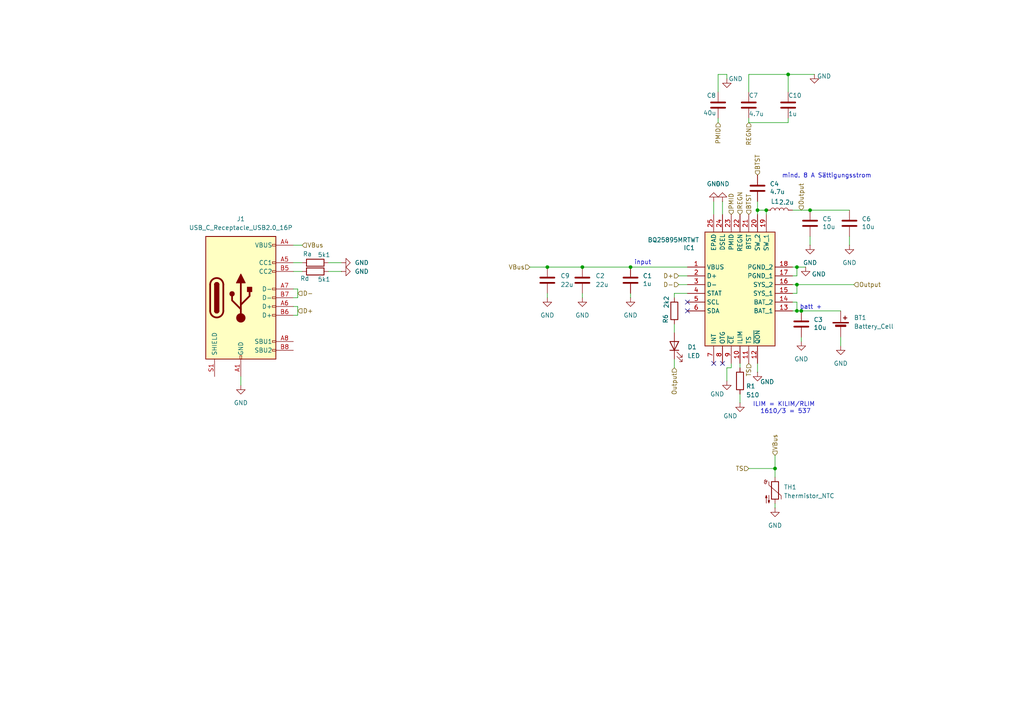
<source format=kicad_sch>
(kicad_sch (version 20250114) (generator "eeschema") (generator_version "9.0")
  (paper "A4")
  (lib_symbols
    (symbol "BQ25895MRTWT:BQ25895MRTWT"
      (property "Reference" "IC" (at 26.67 15.24 0))
      (property "Value" "BQ25895MRTWT" (at 26.67 12.7 0))
      (symbol "BQ25895MRTWT_1_1"
        (rectangle (start 5.08 10.16) (end 25.4 -22.86) (stroke (width 0.254)) (fill (type background)))
        (pin passive line (at 0 0 0) (length 5.08) (name "VBUS") (number "1"))
        (pin passive line (at 0 -2.54 0) (length 5.08) (name "D+") (number "2"))
        (pin passive line (at 0 -5.08 0) (length 5.08) (name "D-") (number "3"))
        (pin passive line (at 0 -7.62 0) (length 5.08) (name "STAT") (number "4"))
        (pin passive line (at 0 -10.16 0) (length 5.08) (name "SCL") (number "5"))
        (pin passive line (at 0 -12.7 0) (length 5.08) (name "SDA") (number "6"))
        (pin passive line (at 7.62 15.24 270) (length 5.08) (name "EPAD") (number "25"))
        (pin passive line (at 7.62 -27.94 90) (length 5.08) (name "INT") (number "7"))
        (pin passive line (at 10.16 15.24 270) (length 5.08) (name "DSEL") (number "24"))
        (pin passive line (at 10.16 -27.94 90) (length 5.08) (name "OTG") (number "8"))
        (pin passive line (at 12.7 15.24 270) (length 5.08) (name "PMID") (number "23"))
        (pin passive line (at 12.7 -27.94 90) (length 5.08) (name "~{CE}") (number "9"))
        (pin passive line (at 15.24 15.24 270) (length 5.08) (name "REGN") (number "22"))
        (pin passive line (at 15.24 -27.94 90) (length 5.08) (name "ILIM") (number "10"))
        (pin passive line (at 17.78 15.24 270) (length 5.08) (name "BTST") (number "21"))
        (pin passive line (at 17.78 -27.94 90) (length 5.08) (name "TS") (number "11"))
        (pin passive line (at 20.32 15.24 270) (length 5.08) (name "SW_2") (number "20"))
        (pin passive line (at 20.32 -27.94 90) (length 5.08) (name "~{QON}") (number "12"))
        (pin passive line (at 22.86 15.24 270) (length 5.08) (name "SW_1") (number "19"))
        (pin passive line (at 30.48 0 180) (length 5.08) (name "PGND_2") (number "18"))
        (pin passive line (at 30.48 -2.54 180) (length 5.08) (name "PGND_1") (number "17"))
        (pin passive line (at 30.48 -5.08 180) (length 5.08) (name "SYS_2") (number "16"))
        (pin passive line (at 30.48 -7.62 180) (length 5.08) (name "SYS_1") (number "15"))
        (pin passive line (at 30.48 -10.16 180) (length 5.08) (name "BAT_2") (number "14"))
        (pin passive line (at 30.48 -12.7 180) (length 5.08) (name "BAT_1") (number "13"))
      )
    )
    (symbol "Connector:USB_C_Receptacle_USB2.0_16P" (pin_names (offset 1.016))
      (property "Reference" "J" (at 0 22.225 0))
      (property "Value" "USB_C_Receptacle_USB2.0_16P" (at 0 19.685 0))
      (symbol "USB_C_Receptacle_USB2.0_16P_0_0"
        (rectangle (start -0.254 -17.78) (end 0.254 -16.764))
        (rectangle (start 10.16 15.494) (end 9.144 14.986))
        (rectangle (start 10.16 10.414) (end 9.144 9.906))
        (rectangle (start 10.16 7.874) (end 9.144 7.366))
        (rectangle (start 10.16 2.794) (end 9.144 2.286))
        (rectangle (start 10.16 0.254) (end 9.144 -0.254))
        (rectangle (start 10.16 -2.286) (end 9.144 -2.794))
        (rectangle (start 10.16 -4.826) (end 9.144 -5.334))
        (rectangle (start 10.16 -12.446) (end 9.144 -12.954))
        (rectangle (start 10.16 -14.986) (end 9.144 -15.494))
      )
      (symbol "USB_C_Receptacle_USB2.0_16P_0_1"
        (rectangle (start -10.16 17.78) (end 10.16 -17.78) (stroke (width 0.254)) (fill (type background)))
        (polyline (pts (xy -8.89 -3.81) (xy -8.89 3.81)) (stroke (width 0.508)))
        (rectangle (start -7.62 -3.81) (end -6.35 3.81) (stroke (width 0.254)) (fill (type outline)))
        (arc (start -7.62 3.81) (mid -6.985 4.4423) (end -6.35 3.81) (stroke (width 0.254)))
        (arc (start -7.62 3.81) (mid -6.985 4.4423) (end -6.35 3.81) (stroke (width 0.254)) (fill (type outline)))
        (arc (start -8.89 3.81) (mid -6.985 5.7067) (end -5.08 3.81) (stroke (width 0.508)))
        (arc (start -5.08 -3.81) (mid -6.985 -5.7067) (end -8.89 -3.81) (stroke (width 0.508)))
        (arc (start -6.35 -3.81) (mid -6.985 -4.4423) (end -7.62 -3.81) (stroke (width 0.254)))
        (arc (start -6.35 -3.81) (mid -6.985 -4.4423) (end -7.62 -3.81) (stroke (width 0.254)) (fill (type outline)))
        (polyline (pts (xy -5.08 3.81) (xy -5.08 -3.81)) (stroke (width 0.508)))
        (circle (center -2.54 1.143) (radius 0.635) (stroke (width 0.254)) (fill (type outline)))
        (polyline (pts (xy -1.27 4.318) (xy 0 6.858) (xy 1.27 4.318) (xy -1.27 4.318)) (stroke (width 0.254)) (fill (type outline)))
        (polyline (pts (xy 0 -2.032) (xy 2.54 0.508) (xy 2.54 1.778)) (stroke (width 0.508)))
        (polyline (pts (xy 0 -3.302) (xy -2.54 -0.762) (xy -2.54 0.508)) (stroke (width 0.508)))
        (polyline (pts (xy 0 -5.842) (xy 0 4.318)) (stroke (width 0.508)))
        (circle (center 0 -5.842) (radius 1.27) (fill (type outline)))
        (rectangle (start 1.905 1.778) (end 3.175 3.048) (stroke (width 0.254)) (fill (type outline)))
      )
      (symbol "USB_C_Receptacle_USB2.0_16P_1_1"
        (pin passive line (at -7.62 -22.86 90) (length 5.08) (name "SHIELD") (number "S1"))
        (pin passive line (at 0 -22.86 90) (length 5.08) (name "GND") (number "A1"))
        (pin passive line (at 0 -22.86 90) (length 5.08) (hide yes) (name "GND") (number "A12"))
        (pin passive line (at 0 -22.86 90) (length 5.08) (hide yes) (name "GND") (number "B1"))
        (pin passive line (at 0 -22.86 90) (length 5.08) (hide yes) (name "GND") (number "B12"))
        (pin passive line (at 15.24 15.24 180) (length 5.08) (name "VBUS") (number "A4"))
        (pin passive line (at 15.24 15.24 180) (length 5.08) (hide yes) (name "VBUS") (number "A9"))
        (pin passive line (at 15.24 15.24 180) (length 5.08) (hide yes) (name "VBUS") (number "B4"))
        (pin passive line (at 15.24 15.24 180) (length 5.08) (hide yes) (name "VBUS") (number "B9"))
        (pin bidirectional line (at 15.24 10.16 180) (length 5.08) (name "CC1") (number "A5"))
        (pin bidirectional line (at 15.24 7.62 180) (length 5.08) (name "CC2") (number "B5"))
        (pin bidirectional line (at 15.24 2.54 180) (length 5.08) (name "D-") (number "A7"))
        (pin bidirectional line (at 15.24 0 180) (length 5.08) (name "D-") (number "B7"))
        (pin bidirectional line (at 15.24 -2.54 180) (length 5.08) (name "D+") (number "A6"))
        (pin bidirectional line (at 15.24 -5.08 180) (length 5.08) (name "D+") (number "B6"))
        (pin bidirectional line (at 15.24 -12.7 180) (length 5.08) (name "SBU1") (number "A8"))
        (pin bidirectional line (at 15.24 -15.24 180) (length 5.08) (name "SBU2") (number "B8"))
      )
    )
    (symbol "Device:Battery_Cell" (pin_numbers (hide yes)) (pin_names (offset 0) (hide yes))
      (property "Reference" "BT" (at 2.54 2.54 0))
      (property "Value" "Battery_Cell" (at 2.54 0 0))
      (symbol "Battery_Cell_0_1"
        (rectangle (start -2.286 1.778) (end 2.286 1.524) (fill (type outline)))
        (rectangle (start -1.524 1.016) (end 1.524 0.508) (fill (type outline)))
        (polyline (pts (xy 0 1.778) (xy 0 2.54)))
        (polyline (pts (xy 0 0.762) (xy 0 0)))
        (polyline (pts (xy 0.762 3.048) (xy 1.778 3.048)) (stroke (width 0.254)))
        (polyline (pts (xy 1.27 3.556) (xy 1.27 2.54)) (stroke (width 0.254)))
      )
      (symbol "Battery_Cell_1_1"
        (pin passive line (at 0 5.08 270) (length 2.54) (name "+") (number "1"))
        (pin passive line (at 0 -2.54 90) (length 2.54) (name "-") (number "2"))
      )
    )
    (symbol "Device:C" (pin_numbers (hide yes)) (pin_names (offset 0.254))
      (property "Reference" "C" (at 0.635 2.54 0))
      (property "Value" "C" (at 0.635 -2.54 0))
      (symbol "C_0_1"
        (polyline (pts (xy -2.032 0.762) (xy 2.032 0.762)) (stroke (width 0.508)))
        (polyline (pts (xy -2.032 -0.762) (xy 2.032 -0.762)) (stroke (width 0.508)))
      )
      (symbol "C_1_1"
        (pin passive line (at 0 3.81 270) (length 2.794) (name "~") (number "1"))
        (pin passive line (at 0 -3.81 90) (length 2.794) (name "~") (number "2"))
      )
    )
    (symbol "Device:L" (pin_numbers (hide yes)) (pin_names (offset 1.016) (hide yes))
      (property "Reference" "L" (at -1.27 0 90))
      (property "Value" "L" (at 1.905 0 90))
      (symbol "L_0_1"
        (arc (start 0 2.54) (mid 0.6323 1.905) (end 0 1.27))
        (arc (start 0 1.27) (mid 0.6323 0.635) (end 0 0))
        (arc (start 0 0) (mid 0.6323 -0.635) (end 0 -1.27))
        (arc (start 0 -1.27) (mid 0.6323 -1.905) (end 0 -2.54))
      )
      (symbol "L_1_1"
        (pin passive line (at 0 3.81 270) (length 1.27) (name "1") (number "1"))
        (pin passive line (at 0 -3.81 90) (length 1.27) (name "2") (number "2"))
      )
    )
    (symbol "Device:LED" (pin_numbers (hide yes)) (pin_names (offset 1.016) (hide yes))
      (property "Reference" "D" (at 0 2.54 0))
      (property "Value" "LED" (at 0 -2.54 0))
      (symbol "LED_0_1"
        (polyline (pts (xy -3.048 -0.762) (xy -4.572 -2.286) (xy -3.81 -2.286) (xy -4.572 -2.286) (xy -4.572 -1.524)))
        (polyline (pts (xy -1.778 -0.762) (xy -3.302 -2.286) (xy -2.54 -2.286) (xy -3.302 -2.286) (xy -3.302 -1.524)))
        (polyline (pts (xy -1.27 0) (xy 1.27 0)))
        (polyline (pts (xy -1.27 -1.27) (xy -1.27 1.27)) (stroke (width 0.254)))
        (polyline (pts (xy 1.27 -1.27) (xy 1.27 1.27) (xy -1.27 0) (xy 1.27 -1.27)) (stroke (width 0.254)))
      )
      (symbol "LED_1_1"
        (pin passive line (at -3.81 0 0) (length 2.54) (name "K") (number "1"))
        (pin passive line (at 3.81 0 180) (length 2.54) (name "A") (number "2"))
      )
    )
    (symbol "Device:R" (pin_numbers (hide yes)) (pin_names (offset 0))
      (property "Reference" "R" (at 2.032 0 90))
      (property "Value" "R" (at 0 0 90))
      (symbol "R_0_1"
        (rectangle (start -1.016 -2.54) (end 1.016 2.54) (stroke (width 0.254)))
      )
      (symbol "R_1_1"
        (pin passive line (at 0 3.81 270) (length 1.27) (name "~") (number "1"))
        (pin passive line (at 0 -3.81 90) (length 1.27) (name "~") (number "2"))
      )
    )
    (symbol "Device:Thermistor_NTC" (pin_numbers (hide yes)) (pin_names (offset 0))
      (property "Reference" "TH" (at -4.445 0 90))
      (property "Value" "Thermistor_NTC" (at 3.175 0 90))
      (symbol "Thermistor_NTC_0_1"
        (arc (start -3.175 2.413) (mid -3.0506 2.3165) (end -3.048 2.159))
        (arc (start -3.048 2.794) (mid -2.9736 2.9736) (end -2.794 3.048))
        (arc (start -2.794 3.048) (mid -2.6144 2.9736) (end -2.54 2.794))
        (arc (start -2.794 2.54) (mid -2.9736 2.6144) (end -3.048 2.794))
        (arc (start -2.794 1.905) (mid -2.9736 1.9794) (end -3.048 2.159))
        (arc (start -2.54 2.159) (mid -2.6144 1.9794) (end -2.794 1.905))
        (arc (start -2.159 2.794) (mid -2.434 2.5608) (end -2.794 2.54))
        (polyline (pts (xy -2.54 2.159) (xy -2.54 2.794)))
        (polyline (pts (xy -2.54 -3.683) (xy -2.54 -1.397) (xy -2.794 -2.159) (xy -2.286 -2.159) (xy -2.54 -1.397) (xy -2.54 -1.651)) (fill (type outline)))
        (polyline (pts (xy -1.778 2.54) (xy -1.778 1.524) (xy 1.778 -1.524) (xy 1.778 -2.54)))
        (polyline (pts (xy -1.778 -1.397) (xy -1.778 -3.683) (xy -2.032 -2.921) (xy -1.524 -2.921) (xy -1.778 -3.683) (xy -1.778 -3.429)) (fill (type outline)))
        (rectangle (start -1.016 2.54) (end 1.016 -2.54) (stroke (width 0.254)))
      )
      (symbol "Thermistor_NTC_1_1"
        (pin passive line (at 0 3.81 270) (length 1.27) (name "~") (number "1"))
        (pin passive line (at 0 -3.81 90) (length 1.27) (name "~") (number "2"))
      )
    )
    (symbol "power:GND" (power) (pin_numbers (hide yes)) (pin_names (offset 0) (hide yes))
      (property "Value" "GND" (at 0 -3.81 0))
      (symbol "GND_0_1"
        (polyline (pts (xy 0 0) (xy 0 -1.27) (xy 1.27 -1.27) (xy 0 -2.54) (xy -1.27 -1.27) (xy 0 -1.27)))
      )
      (symbol "GND_1_1"
        (pin power_in line (at 0 0 270) (length 0) (name "~") (number "1"))
      )
    )
  )
  (text "ILIM = KILIM/RLIM \n1610/3 = 537" (at 227.838 118.364 0) (effects (font (size 1.27 1.27))))
  (text "mind. 8 A Sättigungsstrom\n" (at 239.776 51.054 0) (effects (font (size 1.27 1.27))))
  (text "input\n" (at 186.436 76.2 0) (effects (font (size 1.27 1.27))))
  (text "batt +\n" (at 235.204 89.154 0) (effects (font (size 1.27 1.27))))
  (junction (at 222.25 60.96))
  (junction (at 232.41 90.17))
  (junction (at 224.79 135.89))
  (junction (at 231.14 82.55))
  (junction (at 182.88 77.47))
  (junction (at 234.95 60.96))
  (junction (at 219.71 60.96))
  (junction (at 231.14 77.47))
  (junction (at 168.91 77.47))
  (junction (at 158.75 77.47))
  (junction (at 231.14 90.17))
  (junction (at 228.6 21.59))
  (no_connect (at 207.01 105.41))
  (no_connect (at 209.55 105.41))
  (no_connect (at 199.39 90.17))
  (no_connect (at 199.39 87.63))
  (wire (pts (xy 234.95 71.12) (xy 234.95 68.58)))
  (wire (pts (xy 210.82 106.68) (xy 212.09 106.68)))
  (wire (pts (xy 85.09 91.44) (xy 86.36 91.44)))
  (wire (pts (xy 214.63 105.41) (xy 214.63 106.68)))
  (wire (pts (xy 85.09 83.82) (xy 86.36 83.82)))
  (wire (pts (xy 209.55 58.42) (xy 209.55 62.23)))
  (wire (pts (xy 231.14 82.55) (xy 229.87 82.55)))
  (wire (pts (xy 95.25 78.74) (xy 99.06 78.74)))
  (wire (pts (xy 153.67 77.47) (xy 158.75 77.47)))
  (wire (pts (xy 85.09 76.2) (xy 87.63 76.2)))
  (wire (pts (xy 231.14 85.09) (xy 231.14 82.55)))
  (wire (pts (xy 224.79 146.05) (xy 224.79 147.32)))
  (wire (pts (xy 69.85 109.22) (xy 69.85 111.76)))
  (wire (pts (xy 212.09 106.68) (xy 212.09 105.41)))
  (wire (pts (xy 224.79 135.89) (xy 224.79 138.43)))
  (wire (pts (xy 217.17 21.59) (xy 228.6 21.59)))
  (wire (pts (xy 219.71 105.41) (xy 219.71 107.95)))
  (wire (pts (xy 231.14 90.17) (xy 232.41 90.17)))
  (wire (pts (xy 229.87 87.63) (xy 231.14 87.63)))
  (wire (pts (xy 195.58 104.14) (xy 195.58 106.68)))
  (wire (pts (xy 228.6 21.59) (xy 228.6 26.67)))
  (wire (pts (xy 231.14 77.47) (xy 229.87 77.47)))
  (wire (pts (xy 228.6 21.59) (xy 236.22 21.59)))
  (wire (pts (xy 196.85 80.01) (xy 199.39 80.01)))
  (wire (pts (xy 229.87 85.09) (xy 231.14 85.09)))
  (wire (pts (xy 195.58 93.98) (xy 195.58 96.52)))
  (wire (pts (xy 182.88 77.47) (xy 199.39 77.47)))
  (wire (pts (xy 217.17 135.89) (xy 224.79 135.89)))
  (wire (pts (xy 243.84 97.79) (xy 243.84 100.33)))
  (wire (pts (xy 246.38 71.12) (xy 246.38 68.58)))
  (wire (pts (xy 199.39 85.09) (xy 195.58 85.09)))
  (wire (pts (xy 182.88 85.09) (xy 182.88 86.36)))
  (wire (pts (xy 232.41 97.79) (xy 232.41 99.06)))
  (wire (pts (xy 208.28 21.59) (xy 210.82 21.59)))
  (wire (pts (xy 195.58 85.09) (xy 195.58 86.36)))
  (wire (pts (xy 158.75 77.47) (xy 168.91 77.47)))
  (wire (pts (xy 85.09 88.9) (xy 86.36 88.9)))
  (wire (pts (xy 231.14 82.55) (xy 247.65 82.55)))
  (wire (pts (xy 210.82 21.59) (xy 210.82 22.86)))
  (wire (pts (xy 158.75 85.09) (xy 158.75 86.36)))
  (wire (pts (xy 229.87 90.17) (xy 231.14 90.17)))
  (wire (pts (xy 219.71 60.96) (xy 219.71 62.23)))
  (wire (pts (xy 232.41 90.17) (xy 243.84 90.17)))
  (wire (pts (xy 208.28 26.67) (xy 208.28 21.59)))
  (wire (pts (xy 222.25 62.23) (xy 222.25 60.96)))
  (wire (pts (xy 231.14 87.63) (xy 231.14 90.17)))
  (wire (pts (xy 219.71 58.42) (xy 219.71 60.96)))
  (wire (pts (xy 168.91 85.09) (xy 168.91 86.36)))
  (wire (pts (xy 217.17 21.59) (xy 217.17 26.67)))
  (wire (pts (xy 95.25 76.2) (xy 99.06 76.2)))
  (wire (pts (xy 224.79 132.08) (xy 224.79 135.89)))
  (wire (pts (xy 208.28 34.29) (xy 208.28 35.56)))
  (wire (pts (xy 86.36 83.82) (xy 86.36 86.36)))
  (wire (pts (xy 85.09 78.74) (xy 87.63 78.74)))
  (wire (pts (xy 246.38 60.96) (xy 234.95 60.96)))
  (wire (pts (xy 214.63 114.3) (xy 214.63 116.84)))
  (wire (pts (xy 234.95 60.96) (xy 229.87 60.96)))
  (wire (pts (xy 207.01 58.42) (xy 207.01 62.23)))
  (wire (pts (xy 86.36 86.36) (xy 85.09 86.36)))
  (wire (pts (xy 210.82 106.68) (xy 210.82 110.49)))
  (wire (pts (xy 217.17 34.29) (xy 217.17 35.56)))
  (wire (pts (xy 85.09 71.12) (xy 87.63 71.12)))
  (wire (pts (xy 217.17 35.56) (xy 228.6 35.56)))
  (wire (pts (xy 229.87 80.01) (xy 231.14 80.01)))
  (wire (pts (xy 231.14 80.01) (xy 231.14 77.47)))
  (wire (pts (xy 231.14 77.47) (xy 233.68 77.47)))
  (wire (pts (xy 228.6 35.56) (xy 228.6 34.29)))
  (wire (pts (xy 86.36 88.9) (xy 86.36 91.44)))
  (wire (pts (xy 222.25 60.96) (xy 219.71 60.96)))
  (wire (pts (xy 168.91 77.47) (xy 182.88 77.47)))
  (wire (pts (xy 196.85 82.55) (xy 199.39 82.55)))
  (hierarchical_label "TS" (shape input) (at 217.17 105.41 270))
  (hierarchical_label "D-" (shape input) (at 86.36 85.09 0))
  (hierarchical_label "VBus" (shape input) (at 87.63 71.12 0))
  (hierarchical_label "Output" (shape input) (at 232.41 60.96 90))
  (hierarchical_label "VBus" (shape input) (at 153.67 77.47 180))
  (hierarchical_label "D-" (shape input) (at 196.85 82.55 180))
  (hierarchical_label "VBus" (shape input) (at 224.79 132.08 90))
  (hierarchical_label "REGN" (shape input) (at 214.63 62.23 90))
  (hierarchical_label "BTST" (shape input) (at 217.17 62.23 90))
  (hierarchical_label "BTST" (shape input) (at 219.71 50.8 90))
  (hierarchical_label "D+" (shape input) (at 196.85 80.01 180))
  (hierarchical_label "REGN" (shape input) (at 217.17 35.56 270))
  (hierarchical_label "PMID" (shape input) (at 212.09 62.23 90))
  (hierarchical_label "TS" (shape input) (at 217.17 135.89 180))
  (hierarchical_label "D+" (shape input) (at 86.36 90.17 0))
  (hierarchical_label "PMID" (shape input) (at 208.28 35.56 270))
  (hierarchical_label "Output" (shape input) (at 247.65 82.55 0))
  (hierarchical_label "Output" (shape input) (at 195.58 106.68 270))
  (symbol (lib_id "Device:Battery_Cell") (at 243.84 95.25 0) (unit 1)
    (property "Reference" "BT1" (at 247.65 92.1384 0) (effects (justify left)))
    (property "Value" "Battery_Cell" (at 247.65 94.6784 0) (effects (justify left)))
    (property "Description" "Single-cell battery" (effects (hide yes)))
  )
  (symbol (lib_id "BQ25895MRTWT:BQ25895MRTWT") (at 199.39 77.47 0) (unit 1)
    (property "Reference" "IC1" (at 199.898 71.882 0))
    (property "Value" "BQ25895MRTWT" (at 195.326 69.596 0))
    (property "Footprint" "QFN50P400X400X80-25N-D" (effects (hide yes)))
    (property "Datasheet" "http://www.ti.com/lit/ds/symlink/bq25895m.pdf" (effects (hide yes)))
    (property "Description" "Single Cell 5A Fast Charger MaxCharge Technology for High Input Voltage and 3.1A Boost" (effects (hide yes)))
    (property "Height" "0.8" (effects (hide yes)))
    (property "Mouser Part Number" "595-BQ25895MRTWT" (effects (hide yes)))
    (property "Mouser Price/Stock" "https://www.mouser.co.uk/ProductDetail/Texas-Instruments/BQ25895MRTWT?qs=uNh9J9Y3wTfTG8vWSrDAnA%3D%3D" (effects (hide yes)))
    (property "Manufacturer_Name" "Texas Instruments" (effects (hide yes)))
    (property "Manufacturer_Part_Number" "BQ25895MRTWT" (effects (hide yes)))
  )
  (symbol (lib_id "Device:C") (at 234.95 64.77 0) (unit 1)
    (property "Reference" "C5" (at 238.506 63.5 0) (effects (justify left)))
    (property "Value" "10u" (at 238.506 65.786 0) (effects (justify left)))
    (property "Footprint" "Capacitor_SMD:C_0603_1608Metric" (effects (hide yes)))
    (property "Description" "Unpolarized capacitor" (effects (hide yes)))
  )
  (symbol (lib_id "power:GND") (at 246.38 71.12 0) (unit 1)
    (property "Reference" "#PWR09" (effects (hide yes)))
    (property "Value" "GND" (at 246.38 76.2 0))
    (property "Description" "Power symbol creates a global label with name \"GND\" , ground" (effects (hide yes)))
  )
  (symbol (lib_id "Device:C") (at 217.17 30.48 0) (unit 1)
    (property "Reference" "C7" (at 217.17 27.686 0) (effects (justify left)))
    (property "Value" "4.7u" (at 217.17 33.02 0) (effects (justify left)))
    (property "Footprint" "Capacitor_SMD:C_0603_1608Metric" (effects (hide yes)))
    (property "Description" "Unpolarized capacitor" (effects (hide yes)))
  )
  (symbol (lib_id "power:GND") (at 234.95 71.12 0) (unit 1)
    (property "Reference" "#PWR010" (effects (hide yes)))
    (property "Value" "GND" (at 234.95 76.2 0))
    (property "Description" "Power symbol creates a global label with name \"GND\" , ground" (effects (hide yes)))
  )
  (symbol (lib_id "Device:C") (at 168.91 81.28 0) (unit 1)
    (property "Reference" "C2" (at 172.72 80.0099 0) (effects (justify left)))
    (property "Value" "22u" (at 172.72 82.5499 0) (effects (justify left)))
    (property "Footprint" "Capacitor_SMD:C_0603_1608Metric" (effects (hide yes)))
    (property "Description" "Unpolarized capacitor" (effects (hide yes)))
  )
  (symbol (lib_id "Device:R") (at 91.44 78.74 90) (unit 1)
    (property "Reference" "Rd" (at 88.392 80.772 90))
    (property "Value" "5k1" (at 93.98 81.026 90))
    (property "Footprint" "Resistor_SMD:R_0603_1608Metric" (effects (hide yes)))
    (property "Description" "Resistor" (effects (hide yes)))
  )
  (symbol (lib_id "Device:C") (at 228.6 30.48 0) (unit 1)
    (property "Reference" "C10" (at 228.6 27.686 0) (effects (justify left)))
    (property "Value" "1u" (at 228.6 33.02 0) (effects (justify left)))
    (property "Footprint" "Capacitor_SMD:C_0603_1608Metric" (effects (hide yes)))
    (property "Description" "Unpolarized capacitor" (effects (hide yes)))
  )
  (symbol (lib_id "power:GND") (at 99.06 78.74 90) (unit 1)
    (property "Reference" "#PWR016" (effects (hide yes)))
    (property "Value" "GND" (at 102.87 78.7399 90) (effects (justify right)))
    (property "Description" "Power symbol creates a global label with name \"GND\" , ground" (effects (hide yes)))
  )
  (symbol (lib_id "Device:R") (at 214.63 110.49 0) (unit 1)
    (property "Reference" "R1" (at 216.408 112.014 0) (effects (justify left)))
    (property "Value" "510" (at 216.408 114.554 0) (effects (justify left)))
    (property "Footprint" "Resistor_SMD:R_0603_1608Metric" (effects (hide yes)))
    (property "Description" "Resistor" (effects (hide yes)))
  )
  (symbol (lib_id "power:GND") (at 210.82 110.49 0) (unit 1)
    (property "Reference" "#PWR01" (effects (hide yes)))
    (property "Value" "GND" (at 208.026 114.3 0))
    (property "Description" "Power symbol creates a global label with name \"GND\" , ground" (effects (hide yes)))
  )
  (symbol (lib_id "power:GND") (at 168.91 86.36 0) (unit 1)
    (property "Reference" "#PWR04" (effects (hide yes)))
    (property "Value" "GND" (at 168.91 91.44 0))
    (property "Description" "Power symbol creates a global label with name \"GND\" , ground" (effects (hide yes)))
  )
  (symbol (lib_id "Device:C") (at 246.38 64.77 0) (unit 1)
    (property "Reference" "C6" (at 249.936 63.5 0) (effects (justify left)))
    (property "Value" "10u" (at 249.936 65.786 0) (effects (justify left)))
    (property "Footprint" "Capacitor_SMD:C_0603_1608Metric" (effects (hide yes)))
    (property "Description" "Unpolarized capacitor" (effects (hide yes)))
  )
  (symbol (lib_id "Device:C") (at 158.75 81.28 0) (unit 1)
    (property "Reference" "C9" (at 162.56 80.0099 0) (effects (justify left)))
    (property "Value" "22u" (at 162.56 82.5499 0) (effects (justify left)))
    (property "Footprint" "Capacitor_SMD:C_0603_1608Metric" (effects (hide yes)))
    (property "Description" "Unpolarized capacitor" (effects (hide yes)))
  )
  (symbol (lib_id "power:GND") (at 233.68 77.47 0) (unit 1)
    (property "Reference" "#PWR08" (effects (hide yes)))
    (property "Value" "GND" (at 237.49 79.502 0))
    (property "Description" "Power symbol creates a global label with name \"GND\" , ground" (effects (hide yes)))
  )
  (symbol (lib_id "power:GND") (at 158.75 86.36 0) (unit 1)
    (property "Reference" "#PWR018" (effects (hide yes)))
    (property "Value" "GND" (at 158.75 91.44 0))
    (property "Description" "Power symbol creates a global label with name \"GND\" , ground" (effects (hide yes)))
  )
  (symbol (lib_id "Device:R") (at 91.44 76.2 90) (unit 1)
    (property "Reference" "Ra" (at 89.154 73.66 90))
    (property "Value" "5k1" (at 93.98 73.914 90))
    (property "Footprint" "Resistor_SMD:R_0603_1608Metric" (effects (hide yes)))
    (property "Description" "Resistor" (effects (hide yes)))
  )
  (symbol (lib_id "Device:LED") (at 195.58 100.33 90) (unit 1)
    (property "Reference" "D1" (at 199.39 100.6474 90) (effects (justify right)))
    (property "Value" "LED" (at 199.39 103.1874 90) (effects (justify right)))
    (property "Description" "Light emitting diode" (effects (hide yes)))
    (property "Sim.Pins" "1=K 2=A" (effects (hide yes)))
  )
  (symbol (lib_id "Device:L") (at 226.06 60.96 90) (unit 1)
    (property "Reference" "L1" (at 224.79 58.42 90))
    (property "Value" "2.2u" (at 228.092 58.674 90))
    (property "Footprint" "Inductor_SMD:L_0603_1608Metric" (effects (hide yes)))
    (property "Description" "Inductor" (effects (hide yes)))
  )
  (symbol (lib_id "Device:C") (at 232.41 93.98 0) (unit 1)
    (property "Reference" "C3" (at 235.966 92.71 0) (effects (justify left)))
    (property "Value" "10u" (at 235.966 94.996 0) (effects (justify left)))
    (property "Footprint" "Capacitor_SMD:C_0603_1608Metric" (effects (hide yes)))
    (property "Description" "Unpolarized capacitor" (effects (hide yes)))
  )
  (symbol (lib_id "power:GND") (at 236.22 21.59 0) (unit 1)
    (property "Reference" "#PWR011" (effects (hide yes)))
    (property "Value" "GND" (at 239.014 22.098 0))
    (property "Description" "Power symbol creates a global label with name \"GND\" , ground" (effects (hide yes)))
  )
  (symbol (lib_id "power:GND") (at 224.79 147.32 0) (unit 1)
    (property "Reference" "#PWR03" (effects (hide yes)))
    (property "Value" "GND" (at 224.79 152.4 0))
    (property "Description" "Power symbol creates a global label with name \"GND\" , ground" (effects (hide yes)))
  )
  (symbol (lib_id "power:GND") (at 219.71 107.95 0) (unit 1)
    (property "Reference" "#PWR06" (effects (hide yes)))
    (property "Value" "GND" (at 222.504 110.744 0))
    (property "Description" "Power symbol creates a global label with name \"GND\" , ground" (effects (hide yes)))
  )
  (symbol (lib_id "power:GND") (at 209.55 58.42 180) (unit 1)
    (property "Reference" "#PWR013" (effects (hide yes)))
    (property "Value" "GND" (at 209.55 53.34 0))
    (property "Description" "Power symbol creates a global label with name \"GND\" , ground" (effects (hide yes)))
  )
  (symbol (lib_id "power:GND") (at 214.63 116.84 0) (unit 1)
    (property "Reference" "#PWR02" (effects (hide yes)))
    (property "Value" "GND" (at 211.836 120.65 0))
    (property "Description" "Power symbol creates a global label with name \"GND\" , ground" (effects (hide yes)))
  )
  (symbol (lib_id "power:GND") (at 243.84 100.33 0) (unit 1)
    (property "Reference" "#PWR019" (effects (hide yes)))
    (property "Value" "GND" (at 243.84 105.41 0))
    (property "Description" "Power symbol creates a global label with name \"GND\" , ground" (effects (hide yes)))
  )
  (symbol (lib_id "power:GND") (at 182.88 86.36 0) (unit 1)
    (property "Reference" "#PWR05" (effects (hide yes)))
    (property "Value" "GND" (at 182.88 91.44 0))
    (property "Description" "Power symbol creates a global label with name \"GND\" , ground" (effects (hide yes)))
  )
  (symbol (lib_id "Device:C") (at 208.28 30.48 0) (unit 1)
    (property "Reference" "C8" (at 204.978 27.686 0) (effects (justify left)))
    (property "Value" "40u" (at 203.962 32.766 0) (effects (justify left)))
    (property "Footprint" "Capacitor_SMD:C_0603_1608Metric" (effects (hide yes)))
    (property "Description" "Unpolarized capacitor" (effects (hide yes)))
  )
  (symbol (lib_id "power:GND") (at 210.82 22.86 0) (unit 1)
    (property "Reference" "#PWR012" (effects (hide yes)))
    (property "Value" "GND" (at 213.36 22.86 0))
    (property "Description" "Power symbol creates a global label with name \"GND\" , ground" (effects (hide yes)))
  )
  (symbol (lib_id "Device:C") (at 182.88 81.28 0) (unit 1)
    (property "Reference" "C1" (at 186.436 80.01 0) (effects (justify left)))
    (property "Value" "1u" (at 186.436 82.296 0) (effects (justify left)))
    (property "Footprint" "Capacitor_SMD:C_0603_1608Metric" (effects (hide yes)))
    (property "Description" "Unpolarized capacitor" (effects (hide yes)))
  )
  (symbol (lib_id "power:GND") (at 232.41 99.06 0) (unit 1)
    (property "Reference" "#PWR07" (effects (hide yes)))
    (property "Value" "GND" (at 232.41 104.14 0))
    (property "Description" "Power symbol creates a global label with name \"GND\" , ground" (effects (hide yes)))
  )
  (symbol (lib_id "Device:C") (at 219.71 54.61 0) (unit 1)
    (property "Reference" "C4" (at 223.266 53.34 0) (effects (justify left)))
    (property "Value" "4.7u" (at 223.266 55.626 0) (effects (justify left)))
    (property "Footprint" "Capacitor_SMD:C_0603_1608Metric" (effects (hide yes)))
    (property "Description" "Unpolarized capacitor" (effects (hide yes)))
  )
  (symbol (lib_id "power:GND") (at 207.01 58.42 180) (unit 1)
    (property "Reference" "#PWR014" (effects (hide yes)))
    (property "Value" "GND" (at 207.01 53.34 0))
    (property "Description" "Power symbol creates a global label with name \"GND\" , ground" (effects (hide yes)))
  )
  (symbol (lib_id "power:GND") (at 99.06 76.2 90) (unit 1)
    (property "Reference" "#PWR017" (effects (hide yes)))
    (property "Value" "GND" (at 102.87 76.1999 90) (effects (justify right)))
    (property "Description" "Power symbol creates a global label with name \"GND\" , ground" (effects (hide yes)))
  )
  (symbol (lib_id "Connector:USB_C_Receptacle_USB2.0_16P") (at 69.85 86.36 0) (unit 1)
    (property "Reference" "J1" (at 69.85 63.5 0))
    (property "Value" "USB_C_Receptacle_USB2.0_16P" (at 69.85 66.04 0))
    (property "Footprint" "Connector_USB:USB_C_Receptacle_GCT_USB4085" (effects (hide yes)))
    (property "Datasheet" "https://www.usb.org/sites/default/files/documents/usb_type-c.zip" (effects (hide yes)))
    (property "Description" "USB 2.0-only 16P Type-C Receptacle connector" (effects (hide yes)))
  )
  (symbol (lib_id "Device:Thermistor_NTC") (at 224.79 142.24 0) (unit 1)
    (property "Reference" "TH1" (at 227.33 141.2874 0) (effects (justify left)))
    (property "Value" "Thermistor_NTC" (at 227.33 143.8274 0) (effects (justify left)))
    (property "Description" "Temperature dependent resistor, negative temperature coefficient" (effects (hide yes)))
  )
  (symbol (lib_id "Device:R") (at 195.58 90.17 180) (unit 1)
    (property "Reference" "R6" (at 193.04 92.456 90))
    (property "Value" "2k2" (at 193.294 87.63 90))
    (property "Footprint" "Resistor_SMD:R_0603_1608Metric" (effects (hide yes)))
    (property "Description" "Resistor" (effects (hide yes)))
  )
  (symbol (lib_id "power:GND") (at 69.85 111.76 0) (unit 1)
    (property "Reference" "#PWR015" (effects (hide yes)))
    (property "Value" "GND" (at 69.85 116.84 0))
    (property "Description" "Power symbol creates a global label with name \"GND\" , ground" (effects (hide yes)))
  )
)
</source>
